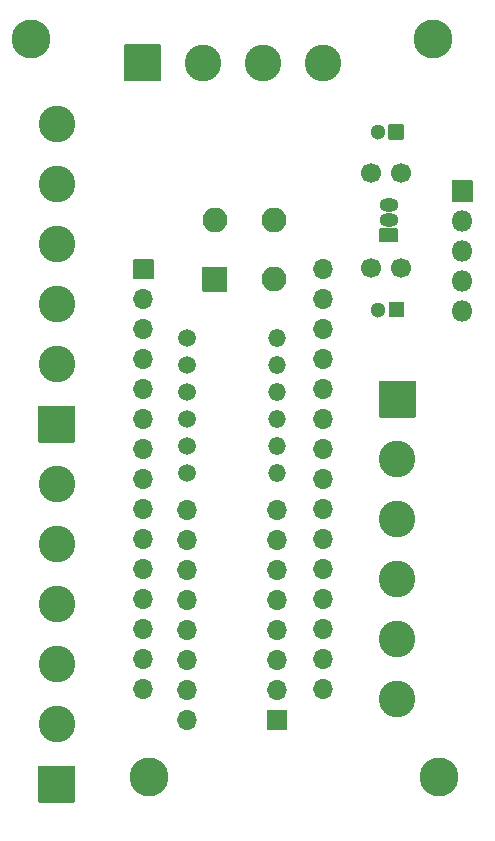
<source format=gbr>
%TF.GenerationSoftware,KiCad,Pcbnew,(5.1.12)-1*%
%TF.CreationDate,2022-01-07T12:55:28+01:00*%
%TF.ProjectId,leddriver,6c656464-7269-4766-9572-2e6b69636164,rev?*%
%TF.SameCoordinates,Original*%
%TF.FileFunction,Soldermask,Top*%
%TF.FilePolarity,Negative*%
%FSLAX46Y46*%
G04 Gerber Fmt 4.6, Leading zero omitted, Abs format (unit mm)*
G04 Created by KiCad (PCBNEW (5.1.12)-1) date 2022-01-07 12:55:28*
%MOMM*%
%LPD*%
G01*
G04 APERTURE LIST*
%ADD10C,1.700000*%
%ADD11C,3.300000*%
%ADD12O,1.600000X1.150000*%
%ADD13O,1.700000X1.700000*%
%ADD14O,1.500000X1.500000*%
%ADD15C,1.500000*%
%ADD16C,1.300000*%
%ADD17C,3.100000*%
%ADD18O,1.800000X1.800000*%
%ADD19O,2.100000X2.100000*%
G04 APERTURE END LIST*
D10*
%TO.C,C4*%
X93766000Y-33841000D03*
X96266000Y-33841000D03*
%TD*%
D11*
%TO.C,REF\u002A\u002A*%
X99000000Y-22500000D03*
%TD*%
%TO.C,REF\u002A\u002A*%
X65000000Y-22500000D03*
%TD*%
%TO.C,REF\u002A\u002A*%
X99500000Y-85000000D03*
%TD*%
%TO.C,REF\u002A\u002A*%
X75000000Y-85000000D03*
%TD*%
%TO.C,U1*%
G36*
G01*
X96000000Y-39691000D02*
X94500000Y-39691000D01*
G75*
G02*
X94450000Y-39641000I0J50000D01*
G01*
X94450000Y-38591000D01*
G75*
G02*
X94500000Y-38541000I50000J0D01*
G01*
X96000000Y-38541000D01*
G75*
G02*
X96050000Y-38591000I0J-50000D01*
G01*
X96050000Y-39641000D01*
G75*
G02*
X96000000Y-39691000I-50000J0D01*
G01*
G37*
D12*
X95250000Y-36576000D03*
X95250000Y-37846000D03*
%TD*%
D13*
%TO.C,U2*%
X78178000Y-80178000D03*
X85798000Y-62398000D03*
X78178000Y-77638000D03*
X85798000Y-64938000D03*
X78178000Y-75098000D03*
X85798000Y-67478000D03*
X78178000Y-72558000D03*
X85798000Y-70018000D03*
X78178000Y-70018000D03*
X85798000Y-72558000D03*
X78178000Y-67478000D03*
X85798000Y-75098000D03*
X78178000Y-64938000D03*
X85798000Y-77638000D03*
X78178000Y-62398000D03*
G36*
G01*
X86648000Y-79378000D02*
X86648000Y-80978000D01*
G75*
G02*
X86598000Y-81028000I-50000J0D01*
G01*
X84998000Y-81028000D01*
G75*
G02*
X84948000Y-80978000I0J50000D01*
G01*
X84948000Y-79378000D01*
G75*
G02*
X84998000Y-79328000I50000J0D01*
G01*
X86598000Y-79328000D01*
G75*
G02*
X86648000Y-79378000I0J-50000D01*
G01*
G37*
%TD*%
D14*
%TO.C,R6*%
X85798000Y-59223000D03*
D15*
X78178000Y-59223000D03*
%TD*%
D14*
%TO.C,R5*%
X85798000Y-56937000D03*
D15*
X78178000Y-56937000D03*
%TD*%
D14*
%TO.C,R4*%
X85798000Y-54651000D03*
D15*
X78178000Y-54651000D03*
%TD*%
D14*
%TO.C,R3*%
X85798000Y-52365000D03*
D15*
X78178000Y-52365000D03*
%TD*%
D14*
%TO.C,R2*%
X85798000Y-50079000D03*
D15*
X78178000Y-50079000D03*
%TD*%
D14*
%TO.C,R1*%
X85798000Y-47793000D03*
D15*
X78178000Y-47793000D03*
%TD*%
D10*
%TO.C,C3*%
X93776000Y-41930000D03*
X96276000Y-41930000D03*
%TD*%
D16*
%TO.C,C2*%
X94395000Y-45417000D03*
G36*
G01*
X96545000Y-44817000D02*
X96545000Y-46017000D01*
G75*
G02*
X96495000Y-46067000I-50000J0D01*
G01*
X95295000Y-46067000D01*
G75*
G02*
X95245000Y-46017000I0J50000D01*
G01*
X95245000Y-44817000D01*
G75*
G02*
X95295000Y-44767000I50000J0D01*
G01*
X96495000Y-44767000D01*
G75*
G02*
X96545000Y-44817000I0J-50000D01*
G01*
G37*
%TD*%
%TO.C,C1*%
X94371000Y-30373000D03*
G36*
G01*
X96521000Y-29773000D02*
X96521000Y-30973000D01*
G75*
G02*
X96471000Y-31023000I-50000J0D01*
G01*
X95271000Y-31023000D01*
G75*
G02*
X95221000Y-30973000I0J50000D01*
G01*
X95221000Y-29773000D01*
G75*
G02*
X95271000Y-29723000I50000J0D01*
G01*
X96471000Y-29723000D01*
G75*
G02*
X96521000Y-29773000I0J-50000D01*
G01*
G37*
%TD*%
D17*
%TO.C,J4*%
X67145000Y-60207000D03*
X67145000Y-65287000D03*
X67145000Y-70367000D03*
G36*
G01*
X68645000Y-87157000D02*
X65645000Y-87157000D01*
G75*
G02*
X65595000Y-87107000I0J50000D01*
G01*
X65595000Y-84107000D01*
G75*
G02*
X65645000Y-84057000I50000J0D01*
G01*
X68645000Y-84057000D01*
G75*
G02*
X68695000Y-84107000I0J-50000D01*
G01*
X68695000Y-87107000D01*
G75*
G02*
X68645000Y-87157000I-50000J0D01*
G01*
G37*
X67145000Y-75447000D03*
X67145000Y-80527000D03*
%TD*%
%TO.C,J3*%
X67145000Y-29727000D03*
X67145000Y-34807000D03*
X67145000Y-39887000D03*
G36*
G01*
X68645000Y-56677000D02*
X65645000Y-56677000D01*
G75*
G02*
X65595000Y-56627000I0J50000D01*
G01*
X65595000Y-53627000D01*
G75*
G02*
X65645000Y-53577000I50000J0D01*
G01*
X68645000Y-53577000D01*
G75*
G02*
X68695000Y-53627000I0J-50000D01*
G01*
X68695000Y-56627000D01*
G75*
G02*
X68645000Y-56677000I-50000J0D01*
G01*
G37*
X67145000Y-44967000D03*
X67145000Y-50047000D03*
%TD*%
%TO.C,J2*%
X96000000Y-78400000D03*
X96000000Y-73320000D03*
X96000000Y-68240000D03*
G36*
G01*
X94500000Y-51450000D02*
X97500000Y-51450000D01*
G75*
G02*
X97550000Y-51500000I0J-50000D01*
G01*
X97550000Y-54500000D01*
G75*
G02*
X97500000Y-54550000I-50000J0D01*
G01*
X94500000Y-54550000D01*
G75*
G02*
X94450000Y-54500000I0J50000D01*
G01*
X94450000Y-51500000D01*
G75*
G02*
X94500000Y-51450000I50000J0D01*
G01*
G37*
X96000000Y-63160000D03*
X96000000Y-58080000D03*
%TD*%
%TO.C,J1*%
X89660000Y-24500000D03*
G36*
G01*
X72870000Y-26000000D02*
X72870000Y-23000000D01*
G75*
G02*
X72920000Y-22950000I50000J0D01*
G01*
X75920000Y-22950000D01*
G75*
G02*
X75970000Y-23000000I0J-50000D01*
G01*
X75970000Y-26000000D01*
G75*
G02*
X75920000Y-26050000I-50000J0D01*
G01*
X72920000Y-26050000D01*
G75*
G02*
X72870000Y-26000000I0J50000D01*
G01*
G37*
X84580000Y-24500000D03*
X79500000Y-24500000D03*
%TD*%
D18*
%TO.C,J5*%
X101500000Y-45540000D03*
X101500000Y-43000000D03*
X101500000Y-40460000D03*
X101500000Y-37920000D03*
G36*
G01*
X100600000Y-36230000D02*
X100600000Y-34530000D01*
G75*
G02*
X100650000Y-34480000I50000J0D01*
G01*
X102350000Y-34480000D01*
G75*
G02*
X102400000Y-34530000I0J-50000D01*
G01*
X102400000Y-36230000D01*
G75*
G02*
X102350000Y-36280000I-50000J0D01*
G01*
X100650000Y-36280000D01*
G75*
G02*
X100600000Y-36230000I0J50000D01*
G01*
G37*
%TD*%
%TO.C,D1*%
G36*
G01*
X81518000Y-43896000D02*
X79518000Y-43896000D01*
G75*
G02*
X79468000Y-43846000I0J50000D01*
G01*
X79468000Y-41846000D01*
G75*
G02*
X79518000Y-41796000I50000J0D01*
G01*
X81518000Y-41796000D01*
G75*
G02*
X81568000Y-41846000I0J-50000D01*
G01*
X81568000Y-43846000D01*
G75*
G02*
X81518000Y-43896000I-50000J0D01*
G01*
G37*
D19*
X85518000Y-37846000D03*
X85518000Y-42846000D03*
X80518000Y-37846000D03*
%TD*%
D13*
%TO.C,A1*%
X89740000Y-77560000D03*
X74500000Y-77560000D03*
X89740000Y-42000000D03*
X74500000Y-75020000D03*
X89740000Y-44540000D03*
X74500000Y-72480000D03*
X89740000Y-47080000D03*
X74500000Y-69940000D03*
X89740000Y-49620000D03*
X74500000Y-67400000D03*
X89740000Y-52160000D03*
X74500000Y-64860000D03*
X89740000Y-54700000D03*
X74500000Y-62320000D03*
X89740000Y-57240000D03*
X74500000Y-59780000D03*
X89740000Y-59780000D03*
X74500000Y-57240000D03*
X89740000Y-62320000D03*
X74500000Y-54700000D03*
X89740000Y-64860000D03*
X74500000Y-52160000D03*
X89740000Y-67400000D03*
X74500000Y-49620000D03*
X89740000Y-69940000D03*
X74500000Y-47080000D03*
X89740000Y-72480000D03*
X74500000Y-44540000D03*
X89740000Y-75020000D03*
G36*
G01*
X73650000Y-42800000D02*
X73650000Y-41200000D01*
G75*
G02*
X73700000Y-41150000I50000J0D01*
G01*
X75300000Y-41150000D01*
G75*
G02*
X75350000Y-41200000I0J-50000D01*
G01*
X75350000Y-42800000D01*
G75*
G02*
X75300000Y-42850000I-50000J0D01*
G01*
X73700000Y-42850000D01*
G75*
G02*
X73650000Y-42800000I0J50000D01*
G01*
G37*
%TD*%
M02*

</source>
